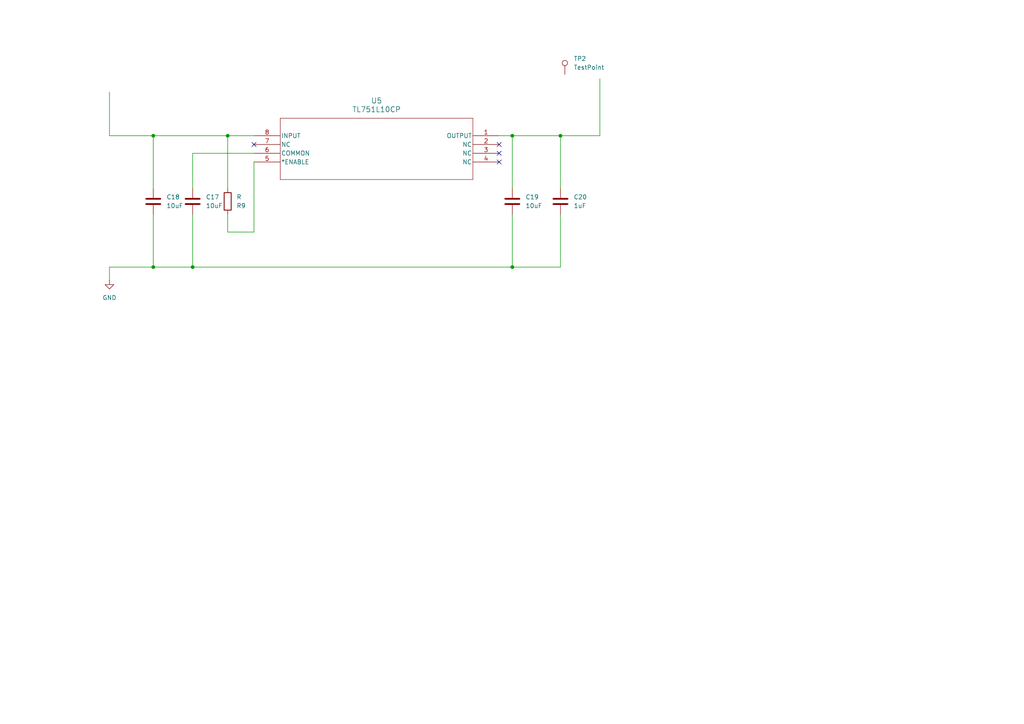
<source format=kicad_sch>
(kicad_sch (version 20250114) (generator "eeschema") (generator_version "9.0")
  (paper "A4")
  (lib_symbols
    (symbol "2025-04-09_23-15-12:TL751L10CP" (pin_names (offset 0.254))
      (property "Reference" "U" (at 35.56 10.16 0))
      (property "Value" "TL751L10CP" (at 35.56 7.62 0))
      (symbol "TL751L10CP_0_1"
        (polyline (pts (xy 7.62 5.08) (xy 7.62 -12.7)) (stroke (width 0.127)))
        (polyline (pts (xy 7.62 -12.7) (xy 63.5 -12.7)) (stroke (width 0.127)))
        (polyline (pts (xy 63.5 5.08) (xy 7.62 5.08)) (stroke (width 0.127)))
        (polyline (pts (xy 63.5 -12.7) (xy 63.5 5.08)) (stroke (width 0.127)))
        (pin output line (at 0 0 0) (length 7.62) (name "OUTPUT") (number "1"))
        (pin unspecified line (at 0 -2.54 0) (length 7.62) (name "NC") (number "2"))
        (pin unspecified line (at 0 -5.08 0) (length 7.62) (name "NC") (number "3"))
        (pin unspecified line (at 0 -7.62 0) (length 7.62) (name "NC") (number "4"))
        (pin input line (at 71.12 0 180) (length 7.62) (name "INPUT") (number "8"))
        (pin unspecified line (at 71.12 -2.54 180) (length 7.62) (name "NC") (number "7"))
        (pin unspecified line (at 71.12 -5.08 180) (length 7.62) (name "COMMON") (number "6"))
        (pin unspecified line (at 71.12 -7.62 180) (length 7.62) (name "*ENABLE") (number "5"))
      )
    )
    (symbol "Connector:TestPoint" (pin_numbers (hide yes)) (pin_names (offset 0.762) (hide yes))
      (property "Reference" "TP" (at 0 6.858 0))
      (property "Value" "TestPoint" (at 0 5.08 0))
      (symbol "TestPoint_0_1"
        (circle (center 0 3.302) (radius 0.762))
      )
      (symbol "TestPoint_1_1"
        (pin passive line (at 0 0 90) (length 2.54) (name "1") (number "1"))
      )
    )
    (symbol "Device:C" (pin_numbers (hide yes)) (pin_names (offset 0.254))
      (property "Reference" "C" (at 0.635 2.54 0))
      (property "Value" "C" (at 0.635 -2.54 0))
      (symbol "C_0_1"
        (polyline (pts (xy -2.032 0.762) (xy 2.032 0.762)) (stroke (width 0.508)))
        (polyline (pts (xy -2.032 -0.762) (xy 2.032 -0.762)) (stroke (width 0.508)))
      )
      (symbol "C_1_1"
        (pin passive line (at 0 3.81 270) (length 2.794) (name "~") (number "1"))
        (pin passive line (at 0 -3.81 90) (length 2.794) (name "~") (number "2"))
      )
    )
    (symbol "Device:R" (pin_numbers (hide yes)) (pin_names (offset 0))
      (property "Reference" "R" (at 2.032 0 90))
      (property "Value" "R" (at 0 0 90))
      (symbol "R_0_1"
        (rectangle (start -1.016 -2.54) (end 1.016 2.54) (stroke (width 0.254)))
      )
      (symbol "R_1_1"
        (pin passive line (at 0 3.81 270) (length 1.27) (name "~") (number "1"))
        (pin passive line (at 0 -3.81 90) (length 1.27) (name "~") (number "2"))
      )
    )
    (symbol "power:GND" (power) (pin_numbers (hide yes)) (pin_names (offset 0) (hide yes))
      (property "Value" "GND" (at 0 -3.81 0))
      (symbol "GND_0_1"
        (polyline (pts (xy 0 0) (xy 0 -1.27) (xy 1.27 -1.27) (xy 0 -2.54) (xy -1.27 -1.27) (xy 0 -1.27)))
      )
      (symbol "GND_1_1"
        (pin power_in line (at 0 0 270) (length 0) (name "~") (number "1"))
      )
    )
  )
  (junction (at 66.04 39.37))
  (junction (at 148.59 39.37))
  (junction (at 44.45 77.47))
  (junction (at 162.56 39.37))
  (junction (at 44.45 39.37))
  (junction (at 148.59 77.47))
  (junction (at 55.88 77.47))
  (no_connect (at 73.66 41.91))
  (no_connect (at 144.78 46.99))
  (no_connect (at 144.78 44.45))
  (no_connect (at 144.78 41.91))
  (wire (pts (xy 173.99 22.86) (xy 173.99 39.37)))
  (wire (pts (xy 55.88 77.47) (xy 148.59 77.47)))
  (wire (pts (xy 31.75 39.37) (xy 44.45 39.37)))
  (wire (pts (xy 44.45 62.23) (xy 44.45 77.47)))
  (wire (pts (xy 73.66 46.99) (xy 73.66 67.31)))
  (wire (pts (xy 55.88 44.45) (xy 55.88 54.61)))
  (wire (pts (xy 73.66 67.31) (xy 66.04 67.31)))
  (wire (pts (xy 44.45 39.37) (xy 44.45 54.61)))
  (wire (pts (xy 55.88 62.23) (xy 55.88 77.47)))
  (wire (pts (xy 31.75 77.47) (xy 44.45 77.47)))
  (wire (pts (xy 66.04 39.37) (xy 73.66 39.37)))
  (wire (pts (xy 148.59 39.37) (xy 162.56 39.37)))
  (wire (pts (xy 162.56 39.37) (xy 173.99 39.37)))
  (wire (pts (xy 148.59 39.37) (xy 148.59 54.61)))
  (wire (pts (xy 31.75 77.47) (xy 31.75 81.28)))
  (wire (pts (xy 44.45 77.47) (xy 55.88 77.47)))
  (wire (pts (xy 162.56 62.23) (xy 162.56 77.47)))
  (wire (pts (xy 66.04 67.31) (xy 66.04 62.23)))
  (wire (pts (xy 44.45 39.37) (xy 66.04 39.37)))
  (wire (pts (xy 144.78 39.37) (xy 148.59 39.37)))
  (wire (pts (xy 73.66 44.45) (xy 55.88 44.45)))
  (wire (pts (xy 162.56 77.47) (xy 148.59 77.47)))
  (wire (pts (xy 31.75 26.67) (xy 31.75 39.37)))
  (wire (pts (xy 148.59 62.23) (xy 148.59 77.47)))
  (wire (pts (xy 162.56 39.37) (xy 162.56 54.61)))
  (wire (pts (xy 66.04 39.37) (xy 66.04 54.61)))
  (symbol (lib_id "power:GND") (at 31.75 81.28 0) (unit 1)
    (property "Reference" "#PWR012" (effects (hide yes)))
    (property "Value" "GND" (at 31.75 86.36 0))
    (property "Description" "Power symbol creates a global label with name \"GND\" , ground" (effects (hide yes)))
  )
  (symbol (lib_id "Device:C") (at 162.56 58.42 0) (unit 1)
    (property "Reference" "C20" (at 166.37 57.1499 0) (effects (justify left)))
    (property "Value" "1uF" (at 166.37 59.6899 0) (effects (justify left)))
    (property "Description" "Unpolarized capacitor" (effects (hide yes)))
  )
  (symbol (lib_id "2025-04-09_23-15-12:TL751L10CP") (at 144.78 39.37 0) (mirror y) (unit 1)
    (property "Reference" "U5" (at 109.22 29.21 0) (effects (font (size 1.524 1.524))))
    (property "Value" "TL751L10CP" (at 109.22 31.75 0) (effects (font (size 1.524 1.524))))
    (property "Footprint" "P8_TEX" (effects (hide yes)))
    (property "Datasheet" "TL751L10CP" (effects (hide yes)))
  )
  (symbol (lib_id "Device:C") (at 55.88 58.42 0) (unit 1)
    (property "Reference" "C17" (at 59.69 57.1499 0) (effects (justify left)))
    (property "Value" "10uF" (at 59.69 59.6899 0) (effects (justify left)))
    (property "Description" "Unpolarized capacitor" (effects (hide yes)))
  )
  (symbol (lib_id "Device:C") (at 148.59 58.42 0) (unit 1)
    (property "Reference" "C19" (at 152.4 57.1499 0) (effects (justify left)))
    (property "Value" "10uF" (at 152.4 59.6899 0) (effects (justify left)))
    (property "Description" "Unpolarized capacitor" (effects (hide yes)))
  )
  (symbol (lib_id "Connector:TestPoint") (at 163.83 21.59 0) (unit 1)
    (property "Reference" "TP2" (at 166.37 17.0179 0) (effects (justify left)))
    (property "Value" "TestPoint" (at 166.37 19.5579 0) (effects (justify left)))
    (property "Description" "test point" (effects (hide yes)))
  )
  (symbol (lib_id "Device:R") (at 66.04 58.42 0) (mirror x) (unit 1)
    (property "Reference" "R9" (at 68.58 59.6901 0) (effects (justify left)))
    (property "Value" "R" (at 68.58 57.1501 0) (effects (justify left)))
    (property "Description" "Resistor" (effects (hide yes)))
  )
  (symbol (lib_id "Device:C") (at 44.45 58.42 0) (unit 1)
    (property "Reference" "C18" (at 48.26 57.1499 0) (effects (justify left)))
    (property "Value" "10uF" (at 48.26 59.6899 0) (effects (justify left)))
    (property "Description" "Unpolarized capacitor" (effects (hide yes)))
  )
)
</source>
